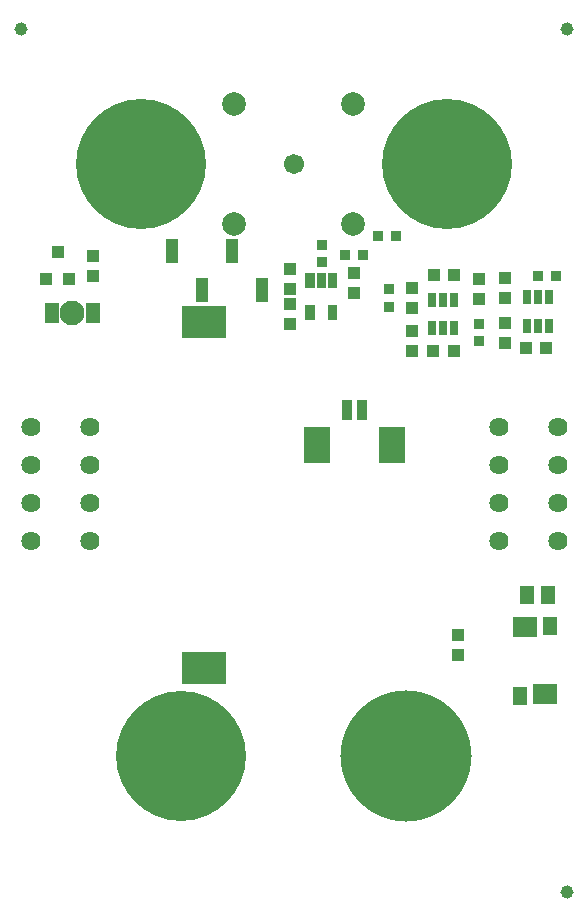
<source format=gbr>
%TF.GenerationSoftware,Altium Limited,Altium Designer,18.1.9 (240)*%
G04 Layer_Color=16711935*
%FSLAX45Y45*%
%MOMM*%
%TF.FileFunction,Soldermask,Bot*%
%TF.Part,Single*%
G01*
G75*
%TA.AperFunction,ComponentPad*%
%ADD43C,11.00000*%
%ADD55C,2.00160*%
%ADD56C,1.70160*%
%TA.AperFunction,WasherPad*%
%ADD57C,0.10160*%
%ADD59C,2.10000*%
%TA.AperFunction,ComponentPad*%
%ADD60C,1.62560*%
%TA.AperFunction,SMDPad,CuDef*%
%ADD79R,1.10160X2.01160*%
%ADD80R,2.10160X1.75160*%
%ADD81R,1.25160X1.50160*%
%ADD82R,1.10160X1.00160*%
%ADD83R,1.00160X1.10160*%
%ADD84R,1.30160X1.50160*%
%ADD85R,1.00160X1.05160*%
%ADD86R,1.00160X1.05161*%
%ADD87R,0.91160X1.70160*%
%ADD88R,2.20160X3.10160*%
%ADD89R,1.20160X1.70160*%
%ADD90R,0.90160X0.90160*%
%ADD91R,3.70160X2.70160*%
%ADD92R,0.75160X1.20160*%
G04:AMPARAMS|DCode=93|XSize=1.1016mm|YSize=1.1016mm|CornerRadius=0.5508mm|HoleSize=0mm|Usage=FLASHONLY|Rotation=90.000|XOffset=0mm|YOffset=0mm|HoleType=Round|Shape=RoundedRectangle|*
%AMROUNDEDRECTD93*
21,1,1.10160,0.00000,0,0,90.0*
21,1,0.00000,1.10160,0,0,90.0*
1,1,1.10160,0.00000,0.00000*
1,1,1.10160,0.00000,0.00000*
1,1,1.10160,0.00000,0.00000*
1,1,1.10160,0.00000,0.00000*
%
%ADD93ROUNDEDRECTD93*%
%ADD94R,0.90160X0.90160*%
%TA.AperFunction,ComponentPad*%
%ADD95C,11.10160*%
G36*
X2591972Y5179892D02*
Y5309892D01*
X2671972D01*
Y5179892D01*
X2591972D01*
D02*
G37*
G36*
X2781972D02*
Y5309892D01*
X2861972D01*
Y5179892D01*
X2781972D01*
D02*
G37*
G36*
X2671972Y5579892D02*
Y5449892D01*
X2591972D01*
Y5579892D01*
X2671972D01*
D02*
G37*
G36*
X2766972D02*
Y5449892D01*
X2686972D01*
Y5579892D01*
X2766972D01*
D02*
G37*
G36*
X2861972D02*
Y5449892D01*
X2781972D01*
Y5579892D01*
X2861972D01*
D02*
G37*
D43*
X1539998Y1487001D02*
D03*
X1199999Y6500000D02*
D03*
X3786999D02*
D03*
D55*
X2997802Y5995572D02*
D03*
Y7005572D02*
D03*
X1987802D02*
D03*
Y5995572D02*
D03*
D56*
X2492802Y6500572D02*
D03*
D57*
X500000Y500002D02*
D03*
X4500002D02*
D03*
X500000Y7499998D02*
D03*
X4500002D02*
D03*
D59*
X620000Y5239999D02*
D03*
D60*
X4230000Y4270000D02*
D03*
Y3950000D02*
D03*
Y3630000D02*
D03*
Y3310000D02*
D03*
X4730000Y3310000D02*
D03*
Y3630000D02*
D03*
Y3950000D02*
D03*
Y4270000D02*
D03*
X270000D02*
D03*
Y3950000D02*
D03*
Y3630000D02*
D03*
Y3310000D02*
D03*
X770000Y3310000D02*
D03*
Y3630000D02*
D03*
Y3950000D02*
D03*
Y4270000D02*
D03*
D79*
X2224024Y5437124D02*
D03*
X1970024Y5766124D02*
D03*
X1716024Y5437124D02*
D03*
X1462024Y5766124D02*
D03*
D80*
X4450000Y2579998D02*
D03*
X4620002Y2010002D02*
D03*
D81*
X4660002Y2590001D02*
D03*
X4410000Y1999999D02*
D03*
D82*
X3879999Y2515000D02*
D03*
Y2345002D02*
D03*
X4281334Y5534999D02*
D03*
Y5365001D02*
D03*
X795001Y5554999D02*
D03*
Y5725002D02*
D03*
X4064702Y5359413D02*
D03*
Y5529411D02*
D03*
X2458483Y5313084D02*
D03*
Y5143082D02*
D03*
X2458482Y5613084D02*
D03*
Y5443084D02*
D03*
X3004312Y5408676D02*
D03*
Y5578676D02*
D03*
X4281334Y5154999D02*
D03*
Y4985002D02*
D03*
X3491074Y5282968D02*
D03*
Y5452968D02*
D03*
X3491074Y5082970D02*
D03*
Y4912968D02*
D03*
D83*
X3676066Y4912868D02*
D03*
X3846068D02*
D03*
X4632047Y4938261D02*
D03*
X4462045D02*
D03*
X3853598Y5563108D02*
D03*
X3683598D02*
D03*
D84*
X4470000Y2850000D02*
D03*
X4650000D02*
D03*
D85*
X590003Y5522503D02*
D03*
X495002Y5757498D02*
D03*
D86*
X400000Y5522497D02*
D03*
D87*
X2944082Y4415282D02*
D03*
X3069082D02*
D03*
D88*
X2689082Y4125282D02*
D03*
X3324082D02*
D03*
D89*
X795001Y5239999D02*
D03*
X444999D02*
D03*
D90*
X4064702Y4999318D02*
D03*
Y5149320D02*
D03*
X3301072Y5292967D02*
D03*
Y5442969D02*
D03*
X2730246Y5666670D02*
D03*
Y5816670D02*
D03*
D91*
X1731518Y2231898D02*
D03*
Y5161895D02*
D03*
D92*
X3852226Y5107969D02*
D03*
X3757225D02*
D03*
X3662224D02*
D03*
Y5347968D02*
D03*
X3757225D02*
D03*
X3852226D02*
D03*
X4654998Y5130001D02*
D03*
X4560002D02*
D03*
X4465001D02*
D03*
Y5370000D02*
D03*
X4560002D02*
D03*
X4654998D02*
D03*
D93*
X4807002Y7646998D02*
D03*
X4807000Y340003D02*
D03*
X180001Y7646998D02*
D03*
D94*
X2928224Y5732526D02*
D03*
X3078226D02*
D03*
X4560587Y5551204D02*
D03*
X4710589D02*
D03*
X3206680Y5889244D02*
D03*
X3356680D02*
D03*
D95*
X3439999Y1487001D02*
D03*
%TF.MD5,cc649b2588db9c4ad83c2639e516d939*%
M02*

</source>
